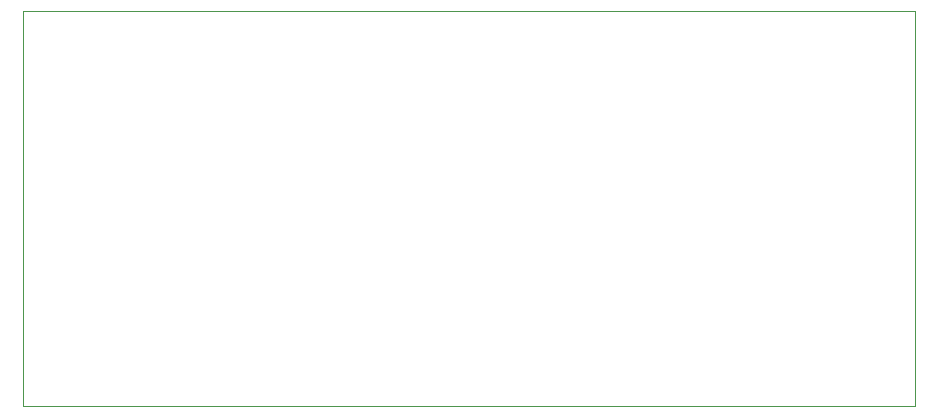
<source format=gm1>
G04 #@! TF.GenerationSoftware,KiCad,Pcbnew,7.0.7*
G04 #@! TF.CreationDate,2023-09-05T10:46:26+02:00*
G04 #@! TF.ProjectId,lt15t3,6c743135-7433-42e6-9b69-6361645f7063,rev?*
G04 #@! TF.SameCoordinates,Original*
G04 #@! TF.FileFunction,Profile,NP*
%FSLAX46Y46*%
G04 Gerber Fmt 4.6, Leading zero omitted, Abs format (unit mm)*
G04 Created by KiCad (PCBNEW 7.0.7) date 2023-09-05 10:46:26*
%MOMM*%
%LPD*%
G01*
G04 APERTURE LIST*
G04 #@! TA.AperFunction,Profile*
%ADD10C,0.100000*%
G04 #@! TD*
G04 APERTURE END LIST*
D10*
X106500000Y-29000000D02*
X182000000Y-29000000D01*
X182000000Y-62500000D01*
X106500000Y-62500000D01*
X106500000Y-29000000D01*
M02*

</source>
